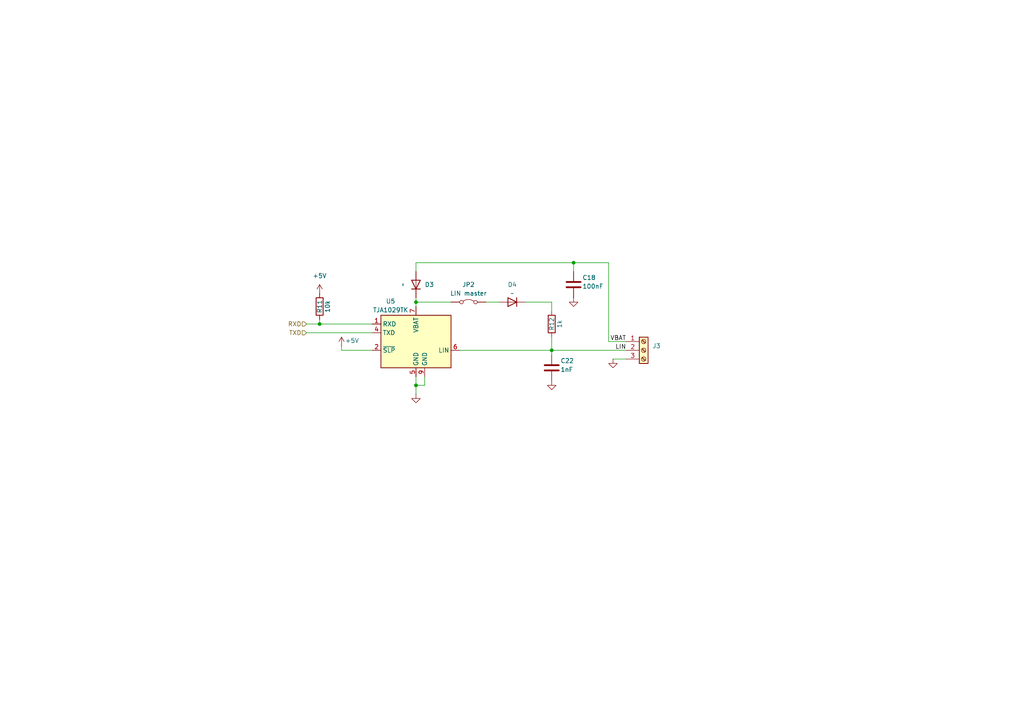
<source format=kicad_sch>
(kicad_sch (version 20231120) (generator "eeschema") (generator_version "8.0")
  (paper "A4")
  (lib_symbols
    (symbol "Connector:Screw_Terminal_01x03" (pin_names (offset 1.016) hide)
      (property "Reference" "J" (at 0 5.08 0))
      (property "Value" "Screw_Terminal_01x03" (at 0 -5.08 0))
      (symbol "Screw_Terminal_01x03_1_1"
        (rectangle (start -1.27 3.81) (end 1.27 -3.81) (stroke (width 0.254)) (fill (type background)))
        (circle (center 0 -2.54) (radius 0.635) (stroke (width 0.1524)))
        (polyline (pts (xy -0.5334 -2.2098) (xy 0.3302 -3.048)) (stroke (width 0.1524)))
        (polyline (pts (xy -0.5334 0.3302) (xy 0.3302 -0.508)) (stroke (width 0.1524)))
        (polyline (pts (xy -0.5334 2.8702) (xy 0.3302 2.032)) (stroke (width 0.1524)))
        (polyline (pts (xy -0.3556 -2.032) (xy 0.508 -2.8702)) (stroke (width 0.1524)))
        (polyline (pts (xy -0.3556 0.508) (xy 0.508 -0.3302)) (stroke (width 0.1524)))
        (polyline (pts (xy -0.3556 3.048) (xy 0.508 2.2098)) (stroke (width 0.1524)))
        (circle (center 0 0) (radius 0.635) (stroke (width 0.1524)))
        (circle (center 0 2.54) (radius 0.635) (stroke (width 0.1524)))
        (pin passive line (at -5.08 2.54 0) (length 3.81) (name "Pin_1") (number "1"))
        (pin passive line (at -5.08 0 0) (length 3.81) (name "Pin_2") (number "2"))
        (pin passive line (at -5.08 -2.54 0) (length 3.81) (name "Pin_3") (number "3"))
      )
    )
    (symbol "Device:C" (pin_numbers hide) (pin_names (offset 0.254))
      (property "Reference" "C" (at 0.635 2.54 0))
      (property "Value" "C" (at 0.635 -2.54 0))
      (symbol "C_0_1"
        (polyline (pts (xy -2.032 -0.762) (xy 2.032 -0.762)) (stroke (width 0.508)))
        (polyline (pts (xy -2.032 0.762) (xy 2.032 0.762)) (stroke (width 0.508)))
      )
      (symbol "C_1_1"
        (pin passive line (at 0 3.81 270) (length 2.794) (name "~") (number "1"))
        (pin passive line (at 0 -3.81 90) (length 2.794) (name "~") (number "2"))
      )
    )
    (symbol "Device:D" (pin_numbers hide) (pin_names (offset 1.016) hide)
      (property "Reference" "D" (at 0 2.54 0))
      (property "Value" "D" (at 0 -2.54 0))
      (symbol "D_0_1"
        (polyline (pts (xy -1.27 1.27) (xy -1.27 -1.27)) (stroke (width 0.254)))
        (polyline (pts (xy 1.27 0) (xy -1.27 0)))
        (polyline (pts (xy 1.27 1.27) (xy 1.27 -1.27) (xy -1.27 0) (xy 1.27 1.27)) (stroke (width 0.254)))
      )
      (symbol "D_1_1"
        (pin passive line (at -3.81 0 0) (length 2.54) (name "K") (number "1"))
        (pin passive line (at 3.81 0 180) (length 2.54) (name "A") (number "2"))
      )
    )
    (symbol "Device:R" (pin_numbers hide) (pin_names (offset 0))
      (property "Reference" "R" (at 2.032 0 90))
      (property "Value" "R" (at 0 0 90))
      (symbol "R_0_1"
        (rectangle (start -1.016 -2.54) (end 1.016 2.54) (stroke (width 0.254)))
      )
      (symbol "R_1_1"
        (pin passive line (at 0 3.81 270) (length 1.27) (name "~") (number "1"))
        (pin passive line (at 0 -3.81 90) (length 1.27) (name "~") (number "2"))
      )
    )
    (symbol "Interface_CAN_LIN:TJA1029TK"
      (property "Reference" "U" (at -10.16 8.89 0))
      (property "Value" "TJA1029TK" (at 1.27 8.89 0))
      (symbol "TJA1029TK_0_1"
        (rectangle (start -10.16 7.62) (end 10.16 -7.62) (stroke (width 0.254)) (fill (type background)))
      )
      (symbol "TJA1029TK_1_1"
        (pin open_collector line (at -12.7 5.08 0) (length 2.54) (name "RXD") (number "1"))
        (pin input line (at -12.7 -2.54 0) (length 2.54) (name "~{SLP}") (number "2"))
        (pin no_connect line (at -10.16 -5.08 0) (length 2.54) hide (name "NC") (number "3"))
        (pin input line (at -12.7 2.54 0) (length 2.54) (name "TXD") (number "4"))
        (pin power_in line (at 0 -10.16 90) (length 2.54) (name "GND") (number "5"))
        (pin bidirectional line (at 12.7 -2.54 180) (length 2.54) (name "LIN") (number "6"))
        (pin power_in line (at 0 10.16 270) (length 2.54) (name "VBAT") (number "7"))
        (pin no_connect line (at 10.16 2.54 180) (length 2.54) hide (name "NC") (number "8"))
        (pin power_in line (at 2.54 -10.16 90) (length 2.54) (name "GND") (number "9"))
      )
    )
    (symbol "Jumper:Jumper_2_Bridged" (pin_numbers hide) (pin_names (offset 0) hide) (exclude_from_sim yes)
      (property "Reference" "JP" (at 0 1.905 0))
      (property "Value" "Jumper_2_Bridged" (at 0 -2.54 0))
      (symbol "Jumper_2_Bridged_0_0"
        (circle (center -2.032 0) (radius 0.508))
        (circle (center 2.032 0) (radius 0.508))
      )
      (symbol "Jumper_2_Bridged_0_1"
        (arc (start 1.524 0.254) (mid 0 0.762) (end -1.524 0.254))
      )
      (symbol "Jumper_2_Bridged_1_1"
        (pin passive line (at -5.08 0 0) (length 2.54) (name "A") (number "1"))
        (pin passive line (at 5.08 0 180) (length 2.54) (name "B") (number "2"))
      )
    )
    (symbol "power:+5V" (power) (pin_numbers hide) (pin_names (offset 0) hide)
      (property "Value" "+5V" (at 0 3.556 0))
      (symbol "+5V_0_1"
        (polyline (pts (xy -0.762 1.27) (xy 0 2.54)))
        (polyline (pts (xy 0 0) (xy 0 2.54)))
        (polyline (pts (xy 0 2.54) (xy 0.762 1.27)))
      )
      (symbol "+5V_1_1"
        (pin power_in line (at 0 0 90) (length 0) (name "~") (number "1"))
      )
    )
    (symbol "power:GND" (power) (pin_numbers hide) (pin_names (offset 0) hide)
      (property "Value" "GND" (at 0 -3.81 0))
      (symbol "GND_0_1"
        (polyline (pts (xy 0 0) (xy 0 -1.27) (xy 1.27 -1.27) (xy 0 -2.54) (xy -1.27 -1.27) (xy 0 -1.27)))
      )
      (symbol "GND_1_1"
        (pin power_in line (at 0 0 270) (length 0) (name "~") (number "1"))
      )
    )
  )
  (junction (at 120.65 111.76))
  (junction (at 166.37 76.2))
  (junction (at 92.71 93.98))
  (junction (at 120.65 87.63))
  (junction (at 160.02 101.6))
  (wire (pts (xy 160.02 101.6) (xy 181.61 101.6)))
  (wire (pts (xy 120.65 87.63) (xy 120.65 88.9)))
  (wire (pts (xy 107.95 93.98) (xy 92.71 93.98)))
  (wire (pts (xy 140.97 87.63) (xy 144.78 87.63)))
  (wire (pts (xy 107.95 101.6) (xy 99.06 101.6)))
  (wire (pts (xy 176.53 99.06) (xy 176.53 76.2)))
  (wire (pts (xy 120.65 76.2) (xy 120.65 78.74)))
  (wire (pts (xy 181.61 104.14) (xy 177.8 104.14)))
  (wire (pts (xy 120.65 111.76) (xy 120.65 109.22)))
  (wire (pts (xy 160.02 97.79) (xy 160.02 101.6)))
  (wire (pts (xy 88.9 93.98) (xy 92.71 93.98)))
  (wire (pts (xy 120.65 87.63) (xy 130.81 87.63)))
  (wire (pts (xy 123.19 109.22) (xy 123.19 111.76)))
  (wire (pts (xy 133.35 101.6) (xy 160.02 101.6)))
  (wire (pts (xy 92.71 93.98) (xy 92.71 92.71)))
  (wire (pts (xy 166.37 76.2) (xy 176.53 76.2)))
  (wire (pts (xy 120.65 114.3) (xy 120.65 111.76)))
  (wire (pts (xy 152.4 87.63) (xy 160.02 87.63)))
  (wire (pts (xy 160.02 87.63) (xy 160.02 90.17)))
  (wire (pts (xy 166.37 76.2) (xy 166.37 78.74)))
  (wire (pts (xy 160.02 101.6) (xy 160.02 102.87)))
  (wire (pts (xy 120.65 86.36) (xy 120.65 87.63)))
  (wire (pts (xy 88.9 96.52) (xy 107.95 96.52)))
  (wire (pts (xy 120.65 76.2) (xy 166.37 76.2)))
  (wire (pts (xy 123.19 111.76) (xy 120.65 111.76)))
  (wire (pts (xy 99.06 101.6) (xy 99.06 100.33)))
  (wire (pts (xy 181.61 99.06) (xy 176.53 99.06)))
  (label "VBAT" (at 181.61 99.06 180))
  (label "LIN" (at 181.61 101.6 180))
  (hierarchical_label "RXD" (shape input) (at 88.9 93.98 180))
  (hierarchical_label "TXD" (shape input) (at 88.9 96.52 180))
  (symbol (lib_id "power:GND") (at 177.8 104.14 0) (unit 1)
    (property "Reference" "#PWR053" (effects (hide yes)))
    (property "Value" "GND" (effects (hide yes)))
    (property "Description" "Power symbol creates a global label with name \"GND\" , ground" (effects (hide yes)))
    (instances (project "lin_hw" (path "" (reference "#PWR059") (unit 1)) (path "" (reference "#PWR071") (unit 1)) (path "" (reference "#PWR065") (unit 1)) (path "" (reference "#PWR053") (unit 1))))
  )
  (symbol (lib_id "Device:R") (at 92.71 88.9 0) (unit 1)
    (property "Reference" "R9" (at 92.71 88.9 90))
    (property "Value" "10k" (at 94.996 88.9 90))
    (property "Footprint" "Resistor_SMD:R_0805_2012Metric" (effects (hide yes)))
    (property "Description" "Resistor" (effects (hide yes)))
    (instances (project "lin_hw" (path "" (reference "R11") (unit 1)) (path "" (reference "R15") (unit 1)) (path "" (reference "R13") (unit 1)) (path "" (reference "R9") (unit 1))))
  )
  (symbol (lib_id "Device:D") (at 120.65 82.55 90) (unit 1)
    (property "Reference" "D1" (at 123.19 82.5499 90) (effects (justify right)))
    (property "Value" "~" (at 116.84 82.55 0))
    (property "Footprint" "Diode_SMD:D_SOD-323_HandSoldering" (effects (hide yes)))
    (property "Description" "Diode" (effects (hide yes)))
    (property "Sim.Device" "D" (effects (hide yes)))
    (property "Sim.Pins" "1=K 2=A" (effects (hide yes)))
    (property "manf#" "BAS321,115" (effects (hide yes)))
    (instances (project "lin_hw" (path "" (reference "D3") (unit 1)) (path "" (reference "D7") (unit 1)) (path "" (reference "D5") (unit 1)) (path "" (reference "D1") (unit 1))))
  )
  (symbol (lib_id "power:GND") (at 160.02 110.49 0) (unit 1)
    (property "Reference" "#PWR079" (effects (hide yes)))
    (property "Value" "GND" (effects (hide yes)))
    (property "Description" "Power symbol creates a global label with name \"GND\" , ground" (effects (hide yes)))
    (instances (project "lin_hw" (path "" (reference "#PWR080") (unit 1)) (path "" (reference "#PWR082") (unit 1)) (path "" (reference "#PWR081") (unit 1)) (path "" (reference "#PWR079") (unit 1))))
  )
  (symbol (lib_id "Interface_CAN_LIN:TJA1029TK") (at 120.65 99.06 0) (unit 1)
    (property "Reference" "U2" (at 113.284 87.376 0))
    (property "Value" "TJA1029TK" (at 113.284 89.916 0))
    (property "Footprint" "Package_DFN_QFN:DFN-8-1EP_3x3mm_P0.65mm_EP1.55x2.4mm" (effects (hide yes)))
    (property "Datasheet" "http://www.nxp.com/docs/en/data-sheet/TJA1029.pdf" (effects (hide yes)))
    (property "Description" "LIN 2.2A/SAE J2602 transceiver with TXD dominant timeout, DFN-8" (effects (hide yes)))
    (instances (project "lin_hw" (path "" (reference "U5") (unit 1)) (path "" (reference "U7") (unit 1)) (path "" (reference "U6") (unit 1)) (path "" (reference "U2") (unit 1))))
  )
  (symbol (lib_id "Device:C") (at 160.02 106.68 0) (unit 1)
    (property "Reference" "C21" (at 162.56 104.648 0) (effects (justify left)))
    (property "Value" "1nF" (at 162.56 107.188 0) (effects (justify left)))
    (property "Footprint" "Capacitor_SMD:C_0805_2012Metric" (effects (hide yes)))
    (property "Description" "Unpolarized capacitor" (effects (hide yes)))
    (instances (project "lin_hw" (path "" (reference "C22") (unit 1)) (path "" (reference "C24") (unit 1)) (path "" (reference "C23") (unit 1)) (path "" (reference "C21") (unit 1))))
  )
  (symbol (lib_id "power:GND") (at 166.37 86.36 0) (unit 1)
    (property "Reference" "#PWR052" (effects (hide yes)))
    (property "Value" "GND" (effects (hide yes)))
    (property "Description" "Power symbol creates a global label with name \"GND\" , ground" (effects (hide yes)))
    (instances (project "lin_hw" (path "" (reference "#PWR058") (unit 1)) (path "" (reference "#PWR070") (unit 1)) (path "" (reference "#PWR064") (unit 1)) (path "" (reference "#PWR052") (unit 1))))
  )
  (symbol (lib_id "Jumper:Jumper_2_Bridged") (at 135.89 87.63 0) (unit 1) (exclude_from_sim yes)
    (property "Reference" "JP4" (at 135.89 82.55 0))
    (property "Value" "LIN master" (at 135.89 85.09 0))
    (property "Footprint" "TestPoint:TestPoint_2Pads_Pitch2.54mm_Drill0.8mm" (effects (hide yes)))
    (property "Description" "Jumper, 2-pole, closed/bridged" (effects (hide yes)))
    (instances (project "" (path "" (reference "JP2") (unit 1)) (path "" (reference "JP4") (unit 1)) (path "" (reference "JP3") (unit 1)) (path "" (reference "JP1") (unit 1))))
  )
  (symbol (lib_id "Connector:Screw_Terminal_01x03") (at 186.69 101.6 0) (unit 1)
    (property "Reference" "J2" (at 189.23 100.3299 0) (effects (justify left)))
    (property "Value" "Screw_Terminal_01x03" (effects (hide yes)))
    (property "Footprint" "TerminalBlock:TerminalBlock_Xinya_XY308-2.54-3P_1x03_P2.54mm_Horizontal" (effects (hide yes)))
    (property "Description" "Generic screw terminal, single row, 01x03, script generated (kicad-library-utils/schlib/autogen/connector/)" (effects (hide yes)))
    (instances (project "lin_hw" (path "" (reference "J3") (unit 1)) (path "" (reference "J5") (unit 1)) (path "" (reference "J4") (unit 1)) (path "" (reference "J2") (unit 1))))
  )
  (symbol (lib_id "power:GND") (at 120.65 114.3 0) (unit 1)
    (property "Reference" "#PWR050" (effects (hide yes)))
    (property "Value" "GND" (effects (hide yes)))
    (property "Description" "Power symbol creates a global label with name \"GND\" , ground" (effects (hide yes)))
    (instances (project "lin_hw" (path "" (reference "#PWR056") (unit 1)) (path "" (reference "#PWR068") (unit 1)) (path "" (reference "#PWR062") (unit 1)) (path "" (reference "#PWR050") (unit 1))))
  )
  (symbol (lib_id "Device:C") (at 166.37 82.55 0) (unit 1)
    (property "Reference" "C17" (at 168.91 80.518 0) (effects (justify left)))
    (property "Value" "100nF" (at 168.91 83.058 0) (effects (justify left)))
    (property "Footprint" "Capacitor_SMD:C_0805_2012Metric" (effects (hide yes)))
    (property "Description" "Unpolarized capacitor" (effects (hide yes)))
    (instances (project "lin_hw" (path "" (reference "C18") (unit 1)) (path "" (reference "C20") (unit 1)) (path "" (reference "C19") (unit 1)) (path "" (reference "C17") (unit 1))))
  )
  (symbol (lib_id "Device:R") (at 160.02 93.98 0) (unit 1)
    (property "Reference" "R10" (at 160.02 93.98 90))
    (property "Value" "1k" (at 162.306 93.98 90))
    (property "Footprint" "Resistor_SMD:R_0805_2012Metric" (effects (hide yes)))
    (property "Description" "Resistor" (effects (hide yes)))
    (instances (project "lin_hw" (path "" (reference "R12") (unit 1)) (path "" (reference "R16") (unit 1)) (path "" (reference "R14") (unit 1)) (path "" (reference "R10") (unit 1))))
  )
  (symbol (lib_id "power:+5V") (at 92.71 85.09 0) (unit 1)
    (property "Reference" "#PWR01" (effects (hide yes)))
    (property "Value" "+5V" (at 92.71 80.01 0))
    (property "Description" "Power symbol creates a global label with name \"+5V\"" (effects (hide yes)))
    (instances (project "lin_hw" (path "" (reference "#PWR054") (unit 1)) (path "" (reference "#PWR066") (unit 1)) (path "" (reference "#PWR060") (unit 1)) (path "" (reference "#PWR01") (unit 1))))
  )
  (symbol (lib_id "Device:D") (at 148.59 87.63 180) (unit 1)
    (property "Reference" "D2" (at 148.59 82.55 0))
    (property "Value" "~" (at 148.59 85.09 0))
    (property "Footprint" "Diode_SMD:D_SOD-323_HandSoldering" (effects (hide yes)))
    (property "Description" "Diode" (effects (hide yes)))
    (property "Sim.Device" "D" (effects (hide yes)))
    (property "Sim.Pins" "1=K 2=A" (effects (hide yes)))
    (property "manf#" "BAS321,115" (effects (hide yes)))
    (instances (project "lin_hw" (path "" (reference "D4") (unit 1)) (path "" (reference "D8") (unit 1)) (path "" (reference "D6") (unit 1)) (path "" (reference "D2") (unit 1))))
  )
  (symbol (lib_id "power:+5V") (at 99.06 100.33 0) (unit 1)
    (property "Reference" "#PWR02" (effects (hide yes)))
    (property "Value" "+5V" (at 102.108 98.806 0))
    (property "Description" "Power symbol creates a global label with name \"+5V\"" (effects (hide yes)))
    (instances (project "lin_hw" (path "" (reference "#PWR055") (unit 1)) (path "" (reference "#PWR067") (unit 1)) (path "" (reference "#PWR061") (unit 1)) (path "" (reference "#PWR02") (unit 1))))
  )
)
</source>
